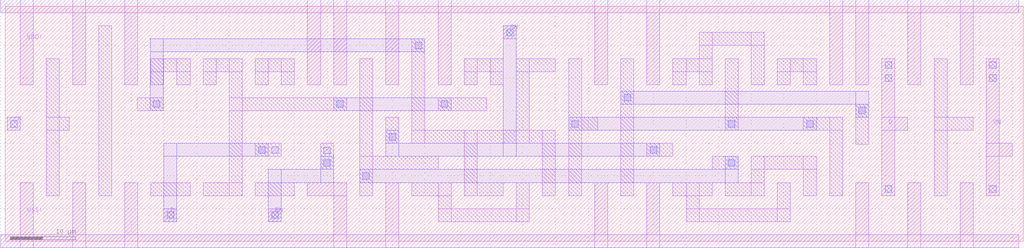
<source format=lef>
VERSION 5.7 ;
BUSBITCHARS "[]" ;
DIVIDERCHAR "/" ;

PROPERTYDEFINITIONS
  MACRO CatenaDesignType STRING ;
  MACRO lxInternalViewName STRING ;
  MACRO lxInternalConfigViewName STRING ;
  MACRO lxInternalType STRING ;
  MACRO lxInternalConfigCellName STRING ;
  MACRO lxInternalCellName STRING ;
  MACRO lxInternalTop STRING ;
  MACRO lxInternalConfigLibName STRING ;
  MACRO lxInternalLibName STRING ;
END PROPERTYDEFINITIONS

MACRO AOI21X1
  CLASS CORE ;
  ORIGIN 0 0 ;
  FOREIGN AOI21X1 0 0 ;
  SIZE 24 BY 36 ;
  SYMMETRY X Y ;
  SITE CoreSite ;
  PIN VSS!
    DIRECTION INOUT ;
    USE GROUND ;
    SHAPE ABUTMENT ;
    NETEXPR "VSS VSS!" ;
    PORT
      LAYER Metal1 ;
        RECT 0 -1 24 1 ;
        RECT 9 -1 11 7 ;
        RECT 1 -1 3 5 ;
    END
  END VSS!
  PIN A1
    DIRECTION INPUT ;
    USE SIGNAL ;
    PORT
      LAYER Metal1 ;
        RECT 9 13 13 15 ;
      LAYER Via1 ;
        RECT 11.5 13.5 12.5 14.5 ;
    END
  END A1
  PIN Y
    DIRECTION OUTPUT ;
    USE SIGNAL ;
    PORT
      LAYER Metal1 ;
        RECT 21 3 23 29 ;
        RECT 5 17 23 19 ;
        RECT 9 17 11 29 ;
        RECT 5 3 7 19 ;
      LAYER Via1 ;
        RECT 5.5 3.5 6.5 4.5 ;
        RECT 9.5 27.5 10.5 28.5 ;
        RECT 9.5 25.5 10.5 26.5 ;
        RECT 9.5 23.5 10.5 24.5 ;
        RECT 9.5 21.5 10.5 22.5 ;
        RECT 21.5 27.5 22.5 28.5 ;
        RECT 21.5 25.5 22.5 26.5 ;
        RECT 21.5 23.5 22.5 24.5 ;
        RECT 21.5 21.5 22.5 22.5 ;
        RECT 21.5 5.5 22.5 6.5 ;
        RECT 21.5 3.5 22.5 4.5 ;
    END
  END Y
  PIN A0
    DIRECTION INPUT ;
    USE SIGNAL ;
    PORT
      LAYER Metal1 ;
        RECT 17 9 19 11 ;
      LAYER Via1 ;
        RECT 17.5 9.5 18.5 10.5 ;
    END
  END A0
  PIN B0
    DIRECTION INPUT ;
    USE SIGNAL ;
    PORT
      LAYER Metal1 ;
        RECT 1 17 3 19 ;
      LAYER Via1 ;
        RECT 1.5 17.5 2.5 18.5 ;
    END
  END B0
  PIN VDD!
    DIRECTION INOUT ;
    USE POWER ;
    SHAPE ABUTMENT ;
    NETEXPR "VDD VDD!" ;
    PORT
      LAYER Metal1 ;
        RECT 0 35 24 37 ;
        RECT 1 21 3 37 ;
    END
  END VDD!
  OBS
    LAYER Metal1 ;
      RECT 17 3 19 7 ;
      RECT 13 3 15 7 ;
      RECT 13 3 19 5 ;
      RECT 5 31 15 33 ;
      RECT 13 21 15 33 ;
      RECT 5 21 7 33 ;
      RECT 13 27 19 29 ;
      RECT 17 21 19 29 ;
  END
END AOI21X1

MACRO BUFX2
  CLASS CORE ;
  ORIGIN 0 0 ;
  FOREIGN BUFX2 0 0 ;
  SIZE 24 BY 36 ;
  SYMMETRY X Y ;
  SITE CoreSite ;
  PIN VSS!
    DIRECTION INOUT ;
    USE GROUND ;
    SHAPE ABUTMENT ;
    NETEXPR "VSS VSS!" ;
    PORT
      LAYER Metal1 ;
        RECT 0 -1 24 1 ;
        RECT 12.5 -1 14.5 11 ;
        RECT 3.5 -1 5.5 11 ;
    END
  END VSS!
  PIN A
    DIRECTION INPUT ;
    USE SIGNAL ;
    PORT
      LAYER Metal1 ;
        RECT 1 17 3 19 ;
    END
  END A
  PIN Y
    DIRECTION OUTPUT ;
    USE SIGNAL ;
    PORT
      LAYER Metal1 ;
        RECT 16.5 7 18.5 29 ;
    END
  END Y
  PIN VDD!
    DIRECTION INOUT ;
    USE POWER ;
    SHAPE ABUTMENT ;
    NETEXPR "VDD VDD!" ;
    PORT
      LAYER Metal1 ;
        RECT 0 35 24 37 ;
        RECT 12.5 21 14.5 37 ;
        RECT 3.5 25 5.5 37 ;
    END
  END VDD!
  OBS
    LAYER Metal1 ;
      RECT 7.5 9 9.5 29 ;
      RECT 7.5 17 13 19 ;
    LAYER Via1 ;
      RECT 17 7.5 18 10.5 ;
      RECT 17 21.5 18 28.5 ;
      RECT 1.5 17.5 2.5 18.5 ;
  END
  PROPERTY CatenaDesignType "deviceLevel" ;
END BUFX2

MACRO DECAP1
  CLASS CORE ;
  ORIGIN 0 0 ;
  FOREIGN DECAP1 0 0 ;
  SIZE 12 BY 36 ;
  SYMMETRY X Y ;
  SITE CoreSite ;
  PIN VSS!
    DIRECTION INOUT ;
    USE GROUND ;
    SHAPE ABUTMENT ;
    NETEXPR "VSS VSS!" ;
    PORT
      LAYER Metal1 ;
        RECT 0 -1 12 1 ;
        RECT 7 -1 9 15 ;
        RECT 3 -1 5 6.3 ;
    END
  END VSS!
  PIN VDD!
    DIRECTION INOUT ;
    USE POWER ;
    SHAPE ABUTMENT ;
    NETEXPR "VDD VDD!" ;
    PORT
      LAYER Metal1 ;
        RECT 0 35 12 37 ;
        RECT 7 27.9 9 37 ;
        RECT 3 21 5 37 ;
    END
  END VDD!
END DECAP1

MACRO DECAP2
  CLASS CORE ;
  ORIGIN 0 0 ;
  FOREIGN DECAP2 0 0 ;
  SIZE 24 BY 36 ;
  SYMMETRY X Y ;
  SITE CoreSite ;
  PIN VSS!
    DIRECTION INOUT ;
    USE GROUND ;
    SHAPE ABUTMENT ;
    NETEXPR "VSS VSS!" ;
    PORT
      LAYER Metal1 ;
        RECT 0 -1 24 1 ;
        RECT 16.9 -1 18.9 17.6 ;
        RECT 12.9 -1 14.9 11.5 ;
        RECT 8.9 -1 10.9 11.5 ;
        RECT 4.9 -1 6.9 11.5 ;
    END
  END VSS!
  PIN VDD!
    DIRECTION INOUT ;
    USE POWER ;
    SHAPE ABUTMENT ;
    NETEXPR "VDD VDD!" ;
    PORT
      LAYER Metal1 ;
        RECT 0 35 24 37 ;
        RECT 16.9 22.9 18.9 37 ;
        RECT 12.9 22.9 14.9 37 ;
        RECT 8.9 22.9 10.9 37 ;
        RECT 4.9 16.9 6.9 37 ;
    END
  END VDD!
  PROPERTY CatenaDesignType "deviceLevel" ;
END DECAP2

MACRO DECAP4
  CLASS CORE ;
  ORIGIN 0 0 ;
  FOREIGN DECAP4 0 0 ;
  SIZE 48 BY 36 ;
  SYMMETRY X Y ;
  SITE CoreSite ;
  PIN VSS!
    DIRECTION INOUT ;
    USE GROUND ;
    SHAPE ABUTMENT ;
    NETEXPR "VSS VSS!" ;
    PORT
      LAYER Metal1 ;
        RECT 0 -1 48 1 ;
        RECT 37.5 -1 39.5 18.2 ;
        RECT 33.5 -1 35.5 11.7 ;
        RECT 29.5 -1 31.5 11.7 ;
        RECT 25.5 -1 27.5 11.7 ;
        RECT 21.5 -1 23.5 11.7 ;
        RECT 17.5 -1 19.5 11.7 ;
        RECT 13.5 -1 15.5 11.7 ;
        RECT 9.5 -1 11.5 11.7 ;
    END
  END VSS!
  PIN VDD!
    DIRECTION INOUT ;
    USE POWER ;
    SHAPE ABUTMENT ;
    NETEXPR "VDD VDD!" ;
    PORT
      LAYER Metal1 ;
        RECT 0 35 48 37 ;
        RECT 37.5 24.7 39.5 37 ;
        RECT 33.5 24.7 35.5 37 ;
        RECT 29.5 24.7 31.5 37 ;
        RECT 25.5 24.7 27.5 37 ;
        RECT 21.5 24.7 23.5 37 ;
        RECT 17.5 24.7 19.5 37 ;
        RECT 13.5 24.7 15.5 37 ;
        RECT 9.5 18.6 11.5 37 ;
    END
  END VDD!
  PROPERTY CatenaDesignType "deviceLevel" ;
END DECAP4

MACRO DFFSRX1
  CLASS CORE ;
  ORIGIN -0.7 0 ;
  FOREIGN DFFSRX1 0.7 0 ;
  SIZE 156 BY 36 ;
  SYMMETRY X Y ;
  SITE CoreSite ;
  PIN VSS!
    DIRECTION INOUT ;
    USE GROUND ;
    SHAPE ABUTMENT ;
    NETEXPR "VSS VSS!" ;
    PORT
      LAYER Metal1 ;
        RECT 0 -1 156 1 ;
        RECT 147 -1 149 9 ;
        RECT 139 -1 141 9 ;
        RECT 131 -1 133 9 ;
        RECT 99 -1 101 9 ;
        RECT 91 -1 93 9 ;
        RECT 59 -1 61 9 ;
        RECT 47 7 53 9 ;
        RECT 51 -1 53 9 ;
        RECT 19 -1 21 9 ;
        RECT 11 -1 13 9 ;
        RECT 3 -1 5 9 ;
    END
  END VSS!
  PIN VDD!
    DIRECTION INOUT ;
    USE POWER ;
    SHAPE ABUTMENT ;
    NETEXPR "VDD VDD!" ;
    PORT
      LAYER Metal1 ;
        RECT 0 35 156 37 ;
        RECT 147 24 149 37 ;
        RECT 139 24 141 37 ;
        RECT 131 24 133 37 ;
        RECT 127 24 129 37 ;
        RECT 99 24 101 37 ;
        RECT 91 24 93 37 ;
        RECT 67 24 69 37 ;
        RECT 59 24 61 37 ;
        RECT 51 24 53 37 ;
        RECT 47 24 49 37 ;
        RECT 19 24 21 37 ;
        RECT 11 24 13 37 ;
        RECT 3 24 5 37 ;
    END
  END VDD!
  PIN SN
    DIRECTION INPUT ;
    USE SIGNAL ;
    PORT
      LAYER Metal1 ;
        RECT 77 31 79 33 ;
    END
  END SN
  PIN QN
    DIRECTION OUTPUT ;
    USE SIGNAL ;
    PORT
      LAYER Metal1 ;
        RECT 151 13 155 15 ;
        RECT 151 7 153 28 ;
    END
  END QN
  PIN CK
    DIRECTION INPUT ;
    USE SIGNAL ;
    PORT
      LAYER Metal1 ;
        RECT 1 17 3 19 ;
    END
  END CK
  PIN RN
    DIRECTION INPUT ;
    USE SIGNAL ;
    PORT
      LAYER Metal1 ;
        RECT 41 3 43 5 ;
    END
  END RN
  PIN Q
    DIRECTION OUTPUT ;
    USE SIGNAL ;
    PORT
      LAYER Metal1 ;
        RECT 135 17 139 19 ;
        RECT 135 7 137 28 ;
    END
  END Q
  PIN D
    DIRECTION INPUT ;
    USE SIGNAL ;
    PORT
      LAYER Metal1 ;
        RECT 25 3 27 5 ;
    END
  END D
  OBS
    LAYER Metal1 ;
      RECT 143 7 145 28 ;
      RECT 143 17 149 19 ;
      RECT 123 17 129 19 ;
      RECT 127 7 129 19 ;
      RECT 115 11 125 13 ;
      RECT 123 7 125 13 ;
      RECT 115 7 117 13 ;
      RECT 111 7 117 9 ;
      RECT 119 26 125 28 ;
      RECT 123 24 125 28 ;
      RECT 119 24 121 28 ;
      RECT 119 3 121 9 ;
      RECT 103 7 109 9 ;
      RECT 105 3 107 9 ;
      RECT 105 3 121 5 ;
      RECT 107 30 117 32 ;
      RECT 115 24 117 32 ;
      RECT 107 24 109 32 ;
      RECT 103 26 109 28 ;
      RECT 103 24 105 28 ;
      RECT 87 7 89 28 ;
      RECT 87 17 91.5 19 ;
      RECT 63 15 65 31 ;
      RECT 79 26 85 28 ;
      RECT 79 15 81 28 ;
      RECT 63 15 85 17 ;
      RECT 83 7 85 17 ;
      RECT 71 7 73 17 ;
      RECT 71 7 77 9 ;
      RECT 79 3 81 9 ;
      RECT 63 7 69 9 ;
      RECT 67 3 69 9 ;
      RECT 67 3 81 5 ;
      RECT 71 26 77 28 ;
      RECT 75 24 77 28 ;
      RECT 71 24 73 28 ;
      RECT 55 7 57 28 ;
      RECT 55 11 67 13 ;
      RECT 31 26 37 28 ;
      RECT 35 7 37 28 ;
      RECT 31 24 33 28 ;
      RECT 35 20 53 22 ;
      RECT 31 7 37 9 ;
      RECT 39 26 45 28 ;
      RECT 43 24 45 28 ;
      RECT 39 24 41 28 ;
      RECT 23 26 29 28 ;
      RECT 27 24 29 28 ;
      RECT 23 24 25 28 ;
      RECT 7 7 9 28 ;
      RECT 7 17 10.5 19 ;
      RECT 131 14.9 133 21 ;
      RECT 109 11 113 13 ;
      RECT 111 17 113 28 ;
      RECT 99 13 103 15 ;
      RECT 95 7 97 28 ;
      RECT 67 20 74.5 22 ;
      RECT 59 15 61 19 ;
      RECT 49 11 51 15 ;
      RECT 39 7 45 9 ;
      RECT 39 13 43 15 ;
      RECT 23 7 29 9 ;
      RECT 20.9 20 24.9 22 ;
      RECT 15 7 17 33 ;
    LAYER Via1 ;
      RECT 151.5 7.5 152.5 8.5 ;
      RECT 151.5 24.5 152.5 25.5 ;
      RECT 151.5 26.5 152.5 27.5 ;
      RECT 135.5 7.5 136.5 8.5 ;
      RECT 135.5 24.5 136.5 25.5 ;
      RECT 135.5 26.5 136.5 27.5 ;
      RECT 131.5 19.5 132.5 20.5 ;
      RECT 123.5 17.5 124.5 18.5 ;
      RECT 111.5 11.5 112.5 12.5 ;
      RECT 111.5 17.5 112.5 18.5 ;
      RECT 99.5 13.5 100.5 14.5 ;
      RECT 95.5 21.5 96.5 22.5 ;
      RECT 87.5 17.5 88.5 18.5 ;
      RECT 77.5 31.5 78.5 32.5 ;
      RECT 67.5 20.5 68.5 21.5 ;
      RECT 63.5 29.5 64.5 30.5 ;
      RECT 59.5 15.5 60.5 16.5 ;
      RECT 55.5 9.5 56.5 10.5 ;
      RECT 51.5 20.5 52.5 21.5 ;
      RECT 49.5 11.5 50.5 12.5 ;
      RECT 49.5 13.4 50.5 14.4 ;
      RECT 41.5 3.5 42.5 4.5 ;
      RECT 41.5 13.5 42.5 14.5 ;
      RECT 39.5 13.5 40.5 14.5 ;
      RECT 25.5 3.5 26.5 4.5 ;
      RECT 23.4 20.5 24.4 21.5 ;
      RECT 1.5 17.5 2.5 18.5 ;
    LAYER Metal2 ;
      RECT 95 21 133 23 ;
      RECT 131 19 133 23 ;
      RECT 111 9 113 13 ;
      RECT 55 9 113 11 ;
      RECT 77 13 79 33 ;
      RECT 59 13 61 17 ;
      RECT 59 13 101 15 ;
      RECT 22.9 29 65 31 ;
      RECT 22.9 20 24.9 31 ;
      RECT 49 9 51 13 ;
      RECT 41 9 51 11 ;
      RECT 41 3 43 11 ;
      RECT 25 13 41 15 ;
      RECT 25 3 27 15 ;
      RECT 87 17 125 19 ;
      RECT 51 20 69 22 ;
    LAYER Via2 ;
      RECT 77.5 31.5 78.5 32.5 ;
  END
  PROPERTY lxInternalViewName "schematic" ;
  PROPERTY lxInternalConfigViewName "" ;
  PROPERTY lxInternalType "CELLVIEW" ;
  PROPERTY lxInternalConfigCellName "" ;
  PROPERTY lxInternalCellName "DFFSRX1" ;
  PROPERTY lxInternalTop "" ;
  PROPERTY lxInternalConfigLibName "" ;
  PROPERTY lxInternalLibName "KISTA_SOI_STDLIB" ;
END DFFSRX1

MACRO DFFX1
  CLASS CORE ;
  ORIGIN 0 0 ;
  FOREIGN DFFX1 0 0 ;
  SIZE 120 BY 36 ;
  SYMMETRY X Y ;
  SITE CoreSite ;
  PIN VSS!
    DIRECTION INOUT ;
    USE GROUND ;
    SHAPE ABUTMENT ;
    NETEXPR "VSS VSS!" ;
    PORT
      LAYER Metal1 ;
        RECT 0 -1 120 1 ;
        RECT 107 -1 109 8.4 ;
        RECT 99 -1 101 8.4 ;
        RECT 91 -1 93 8.4 ;
        RECT 75 -1 77 8.4 ;
        RECT 67 -1 69 8.4 ;
        RECT 43 -1 45 8.4 ;
        RECT 35 -1 37 8.4 ;
        RECT 19 -1 21 8.4 ;
        RECT 11 -1 13 8.4 ;
        RECT 3 -1 5 8.4 ;
    END
  END VSS!
  PIN CK
    DIRECTION INPUT ;
    USE SIGNAL ;
    PORT
      LAYER Metal1 ;
        RECT 1 17 3 19 ;
    END
  END CK
  PIN VDD!
    DIRECTION INOUT ;
    USE POWER ;
    SHAPE ABUTMENT ;
    NETEXPR "VDD VDD!" ;
    PORT
      LAYER Metal1 ;
        RECT 0 35 120 37 ;
        RECT 107 24.8 109 37 ;
        RECT 99 24.8 101 37 ;
        RECT 91 24.8 93 37 ;
        RECT 75 24.8 77 37 ;
        RECT 67 24.8 69 37 ;
        RECT 43 24.8 45 37 ;
        RECT 35 24.8 37 37 ;
        RECT 19 23.8 21 37 ;
        RECT 11 23.8 13 37 ;
        RECT 3 23.8 5 37 ;
    END
  END VDD!
  PIN D
    DIRECTION INPUT ;
    USE SIGNAL ;
    PORT
      LAYER Metal1 ;
        RECT 21 17 23 19 ;
    END
  END D
  PIN Q
    DIRECTION OUTPUT ;
    USE SIGNAL ;
    PORT
      LAYER Metal1 ;
        RECT 95 16.9 99 18.9 ;
        RECT 95 6.4 97 28.8 ;
    END
  END Q
  PIN QN
    DIRECTION OUTPUT ;
    USE SIGNAL ;
    PORT
      LAYER Metal1 ;
        RECT 111 13 115 15 ;
        RECT 111 6.4 113 28.8 ;
    END
  END QN
  OBS
    LAYER Metal1 ;
      RECT 103 6.4 105 28.8 ;
      RECT 103 17 107 19 ;
      RECT 87 6.4 89 28.8 ;
      RECT 75 13 89 15 ;
      RECT 79 26.8 85 28.8 ;
      RECT 83 24.8 85 28.8 ;
      RECT 79 24.8 81 28.8 ;
      RECT 71 6.4 73 28.8 ;
      RECT 71 17 77.5 19 ;
      RECT 63 6.4 65 28.8 ;
      RECT 63 17 69 19 ;
      RECT 63 13 68 15 ;
      RECT 55 6.4 57 28.8 ;
      RECT 43 13 57 15 ;
      RECT 39 6.4 41 28.8 ;
      RECT 39 17 53 19 ;
      RECT 47 26.8 53 28.8 ;
      RECT 51 24.8 53 28.8 ;
      RECT 47 24.8 49 28.8 ;
      RECT 31 6.4 33 28.8 ;
      RECT 31 13 36.8 15 ;
      RECT 23 26.8 29 28.8 ;
      RECT 27 24.8 29 28.8 ;
      RECT 23 23.8 25 28.8 ;
      RECT 7 6.4 9 27.8 ;
      RECT 7 17 11.5 19 ;
      RECT 79 6.4 85 8.4 ;
      RECT 59 6.4 61 28.8 ;
      RECT 47 6.4 53 8.4 ;
      RECT 23 6.4 29 8.4 ;
      RECT 15 6.4 17 33 ;
    LAYER Via1 ;
      RECT 111.5 6.9 112.5 7.9 ;
      RECT 111.5 25.3 112.5 26.3 ;
      RECT 111.5 27.3 112.5 28.3 ;
      RECT 95.5 6.9 96.5 7.9 ;
      RECT 95.5 25.3 96.5 26.3 ;
      RECT 95.5 27.3 96.5 28.3 ;
      RECT 75.5 13.5 76.5 14.5 ;
      RECT 66.5 13.5 67.5 14.5 ;
      RECT 59.5 17.5 60.5 18.5 ;
      RECT 51.5 17.5 52.5 18.5 ;
      RECT 43.5 13.5 44.5 14.5 ;
      RECT 35.3 13.5 36.3 14.5 ;
      RECT 21.5 17.5 22.5 18.5 ;
      RECT 1.5 17.5 2.5 18.5 ;
    LAYER Metal2 ;
      RECT 66 13 77 15 ;
      RECT 51 17 61 19 ;
      RECT 34.8 13 45 15 ;
  END
  PROPERTY CatenaDesignType "deviceLevel" ;
END DFFX1

MACRO FILL1
  CLASS CORE ;
  ORIGIN 0 0 ;
  FOREIGN FILL1 0 0 ;
  SIZE 12 BY 36 ;
  SYMMETRY X Y ;
  SITE CoreSite ;
  PIN VDD!
    DIRECTION INOUT ;
    USE POWER ;
    SHAPE ABUTMENT ;
    NETEXPR "VDD VDD!" ;
    PORT
      LAYER Metal1 ;
        RECT 0 35 12 37 ;
    END
  END VDD!
  PIN VSS!
    DIRECTION INOUT ;
    USE GROUND ;
    SHAPE ABUTMENT ;
    NETEXPR "VSS VSS!" ;
    PORT
      LAYER Metal1 ;
        RECT 0 -1 12 1 ;
    END
  END VSS!
  PROPERTY CatenaDesignType "deviceLevel" ;
END FILL1

MACRO FILL2
  CLASS CORE ;
  ORIGIN 0 0 ;
  FOREIGN FILL2 0 0 ;
  SIZE 24 BY 36 ;
  SYMMETRY X Y ;
  SITE CoreSite ;
  PIN VDD!
    DIRECTION INOUT ;
    USE POWER ;
    SHAPE ABUTMENT ;
    NETEXPR "VDD VDD!" ;
    PORT
      LAYER Metal1 ;
        RECT 0 35 24 37 ;
    END
  END VDD!
  PIN VSS!
    DIRECTION INOUT ;
    USE GROUND ;
    SHAPE ABUTMENT ;
    NETEXPR "VSS VSS!" ;
    PORT
      LAYER Metal1 ;
        RECT 0 -1 24 1 ;
    END
  END VSS!
  PROPERTY CatenaDesignType "deviceLevel" ;
END FILL2

MACRO FILL4
  CLASS CORE ;
  ORIGIN 0 0 ;
  FOREIGN FILL4 0 0 ;
  SIZE 48 BY 36 ;
  SYMMETRY X Y ;
  SITE CoreSite ;
  PIN VDD!
    DIRECTION INOUT ;
    USE POWER ;
    SHAPE ABUTMENT ;
    NETEXPR "VDD VDD!" ;
    PORT
      LAYER Metal1 ;
        RECT 0 35 48 37 ;
    END
  END VDD!
  PIN VSS!
    DIRECTION INOUT ;
    USE GROUND ;
    SHAPE ABUTMENT ;
    NETEXPR "VSS VSS!" ;
    PORT
      LAYER Metal1 ;
        RECT 0 -1 48 1 ;
    END
  END VSS!
  PROPERTY CatenaDesignType "deviceLevel" ;
END FILL4

MACRO INVX1
  CLASS CORE ;
  ORIGIN 0 0 ;
  FOREIGN INVX1 0 0 ;
  SIZE 12 BY 36 ;
  SYMMETRY X Y ;
  SITE CoreSite ;
  PIN Y
    DIRECTION OUTPUT ;
    USE SIGNAL ;
    PORT
      LAYER Metal1 ;
        RECT 7 3 9 33 ;
    END
  END Y
  PIN VSS!
    DIRECTION INOUT ;
    USE GROUND ;
    SHAPE ABUTMENT ;
    NETEXPR "VSS VSS!" ;
    PORT
      LAYER Metal1 ;
        RECT 0 -1 12 1 ;
        RECT 3 -1 5 5 ;
    END
  END VSS!
  PIN A
    DIRECTION INPUT ;
    USE SIGNAL ;
    PORT
      LAYER Metal1 ;
        RECT 1 17 3 19 ;
    END
  END A
  PIN VDD!
    DIRECTION INOUT ;
    USE POWER ;
    SHAPE ABUTMENT ;
    NETEXPR "VDD VDD!" ;
    PORT
      LAYER Metal1 ;
        RECT 0 35 12 37 ;
        RECT 3 29 5 37 ;
    END
  END VDD!
  OBS
    LAYER Via1 ;
      RECT 7.5 3.5 8.5 4.5 ;
      RECT 7.5 29.5 8.5 30.5 ;
      RECT 7.5 31.5 8.5 32.5 ;
      RECT 1.5 17.5 2.5 18.5 ;
  END
END INVX1

MACRO MX2X1
  CLASS CORE ;
  ORIGIN 0 0 ;
  FOREIGN MX2X1 0 0 ;
  SIZE 24 BY 36 ;
  SYMMETRY X Y ;
  SITE CoreSite ;
  PIN VSS!
    DIRECTION INOUT ;
    USE GROUND ;
    SHAPE ABUTMENT ;
    NETEXPR "VSS VSS!" ;
    PORT
      LAYER Metal1 ;
        RECT 0 -1 24 1 ;
        RECT 1 -1 3 9 ;
    END
  END VSS!
  PIN S0
    DIRECTION INPUT ;
    USE SIGNAL ;
    PORT
      LAYER Metal1 ;
        RECT 1 17 3 19 ;
    END
  END S0
  PIN VDD!
    DIRECTION INOUT ;
    USE POWER ;
    SHAPE ABUTMENT ;
    NETEXPR "VDD VDD!" ;
    PORT
      LAYER Metal1 ;
        RECT 0 35 24 37 ;
        RECT 1 25 3 37 ;
    END
  END VDD!
  PIN A
    DIRECTION INPUT ;
    USE SIGNAL ;
    PORT
      LAYER Metal1 ;
        RECT 9 13 13.1 15 ;
        RECT 9 7 11 29 ;
    END
  END A
  PIN B
    DIRECTION INPUT ;
    USE SIGNAL ;
    PORT
      LAYER Metal1 ;
        RECT 21 7 23 29 ;
    END
  END B
  PIN Y
    DIRECTION OUTPUT ;
    USE SIGNAL ;
    PORT
      LAYER Metal1 ;
        RECT 13 27 19 29 ;
        RECT 17 7 19 29 ;
        RECT 13 7 19 9 ;
        RECT 13 25 15 29 ;
    END
  END Y
  OBS
    LAYER Metal1 ;
      RECT 5 31 21 33 ;
      RECT 5 3 7 33 ;
      RECT 5 3 13.1 5 ;
    LAYER Via1 ;
      RECT 21.5 7.5 22.5 8.5 ;
      RECT 21.5 25.5 22.5 26.5 ;
      RECT 21.5 27.5 22.5 28.5 ;
      RECT 17.5 7.5 18.5 8.5 ;
      RECT 17.5 25.5 18.5 26.5 ;
      RECT 17.5 27.5 18.5 28.5 ;
      RECT 13.5 7.5 14.5 8.5 ;
      RECT 13.5 25.5 14.5 26.5 ;
      RECT 13.5 27.5 14.5 28.5 ;
      RECT 9.5 7.5 10.5 8.5 ;
      RECT 9.5 25.5 10.5 26.5 ;
      RECT 9.5 27.5 10.5 28.5 ;
      RECT 1.5 17.5 2.5 18.5 ;
  END
END MX2X1

MACRO MX2X1_BUF
  CLASS CORE ;
  ORIGIN 0 0 ;
  FOREIGN MX2X1_BUF 0 0 ;
  SIZE 48 BY 36 ;
  SYMMETRY X Y ;
  SITE CoreSite ;
  PIN VSS!
    DIRECTION INOUT ;
    USE GROUND ;
    SHAPE ABUTMENT ;
    NETEXPR "VSS VSS!" ;
    PORT
      LAYER Metal1 ;
        RECT 0 -1 48 1 ;
        RECT 37 -1 39 9 ;
        RECT 33 -1 35 9 ;
        RECT 2.9 -1 4.9 9 ;
    END
  END VSS!
  PIN S0
    DIRECTION INPUT ;
    USE SIGNAL ;
    PORT
      LAYER Metal1 ;
        RECT 1 17 3 19 ;
    END
  END S0
  PIN VDD!
    DIRECTION INOUT ;
    USE POWER ;
    SHAPE ABUTMENT ;
    NETEXPR "VDD VDD!" ;
    PORT
      LAYER Metal1 ;
        RECT 0 35 48 37 ;
        RECT 37 25 39 37 ;
        RECT 33 25 35 37 ;
        RECT 2.9 25 4.9 37 ;
    END
  END VDD!
  PIN A
    DIRECTION INPUT ;
    USE SIGNAL ;
    PORT
      LAYER Metal1 ;
        RECT 10.9 13 15 15 ;
        RECT 10.9 7 12.9 29 ;
    END
  END A
  PIN B
    DIRECTION INPUT ;
    USE SIGNAL ;
    PORT
      LAYER Metal1 ;
        RECT 22.9 21 27 23 ;
        RECT 22.9 7 24.9 29 ;
    END
  END B
  PIN Y
    DIRECTION OUTPUT ;
    USE SIGNAL ;
    PORT
      LAYER Metal1 ;
        RECT 41 7 43 29 ;
    END
  END Y
  OBS
    LAYER Metal1 ;
      RECT 29 7 31 29 ;
      RECT 29 17 38.9 19 ;
      RECT 14.9 27 20.9 29 ;
      RECT 18.9 3 20.9 29 ;
      RECT 14.9 25 16.9 29 ;
      RECT 14.9 7 20.9 9 ;
      RECT 18.9 3 29.5 5 ;
      RECT 6.9 31 22.9 33 ;
      RECT 6.9 3 8.9 33 ;
      RECT 6.9 3 15 5 ;
    LAYER Via1 ;
      RECT 41.5 7.5 42.5 8.5 ;
      RECT 41.5 25.5 42.5 26.5 ;
      RECT 41.5 27.5 42.5 28.5 ;
      RECT 23.4 7.5 24.4 8.5 ;
      RECT 23.4 25.5 24.4 26.5 ;
      RECT 23.4 27.5 24.4 28.5 ;
      RECT 11.4 7.5 12.4 8.5 ;
      RECT 11.4 25.5 12.4 26.5 ;
      RECT 11.4 27.5 12.4 28.5 ;
      RECT 1.5 17.5 2.5 18.5 ;
  END
END MX2X1_BUF

MACRO NAND2X1
  CLASS CORE ;
  ORIGIN 0 0 ;
  FOREIGN NAND2X1 0 0 ;
  SIZE 24 BY 36 ;
  SYMMETRY X Y ;
  SITE CoreSite ;
  PIN Y
    DIRECTION OUTPUT ;
    USE SIGNAL ;
    PORT
      LAYER Metal1 ;
        RECT 17 9 19 31 ;
        RECT 5 23 19 25 ;
        RECT 5 23 7 31 ;
    END
  END Y
  PIN VDD!
    DIRECTION INOUT ;
    USE POWER ;
    SHAPE ABUTMENT ;
    NETEXPR "VDD VDD!" ;
    PORT
      LAYER Metal1 ;
        RECT 0 35 24 37 ;
        RECT 9 29 15 31 ;
        RECT 13 27 15 31 ;
        RECT 9 27 11 37 ;
    END
  END VDD!
  PIN A
    DIRECTION INPUT ;
    USE SIGNAL ;
    PORT
      LAYER Metal1 ;
        RECT 5 17 9 19 ;
    END
  END A
  PIN B
    DIRECTION INPUT ;
    USE SIGNAL ;
    PORT
      LAYER Metal1 ;
        RECT 21 17 23 19 ;
    END
  END B
  PIN VSS!
    DIRECTION INOUT ;
    USE GROUND ;
    SHAPE ABUTMENT ;
    NETEXPR "VSS VSS!" ;
    PORT
      LAYER Metal1 ;
        RECT 0 -1 24 1 ;
        RECT 5 -1 7 13 ;
    END
  END VSS!
  OBS
    LAYER Metal1 ;
      RECT 13 9 15 13 ;
      RECT 9 9 11 13 ;
      RECT 9 9 15 11 ;
    LAYER Via1 ;
      RECT 21.5 17.5 22.5 18.5 ;
      RECT 17.5 9.5 18.5 10.5 ;
      RECT 17.5 11.5 18.5 12.5 ;
      RECT 17.5 27.5 18.5 28.5 ;
      RECT 17.5 29.5 18.5 30.5 ;
      RECT 7.5 17.5 8.5 18.5 ;
      RECT 5.5 27.5 6.5 28.5 ;
      RECT 5.5 29.5 6.5 30.5 ;
  END
  PROPERTY CatenaDesignType "deviceLevel" ;
END NAND2X1

MACRO NAND3X1
  CLASS CORE ;
  ORIGIN 0 0 ;
  FOREIGN NAND3X1 0 0 ;
  SIZE 24 BY 36 ;
  SYMMETRY X Y ;
  SITE CoreSite ;
  PIN Y
    DIRECTION OUTPUT ;
    USE SIGNAL ;
    PORT
      LAYER Metal1 ;
        RECT 21 3 23 33 ;
        RECT 5 25 23 27 ;
        RECT 13 25 15 33 ;
        RECT 5 25 7 33 ;
    END
  END Y
  PIN VDD!
    DIRECTION INOUT ;
    USE POWER ;
    SHAPE ABUTMENT ;
    NETEXPR "VDD VDD!" ;
    PORT
      LAYER Metal1 ;
        RECT 0 35 24 37 ;
        RECT 17 29 19 37 ;
        RECT 9 29 11 37 ;
        RECT 1 29 3 37 ;
    END
  END VDD!
  PIN A
    DIRECTION INPUT ;
    USE SIGNAL ;
    PORT
      LAYER Metal1 ;
        RECT 17 13 19 15 ;
    END
  END A
  PIN B
    DIRECTION INPUT ;
    USE SIGNAL ;
    PORT
      LAYER Metal1 ;
        RECT 9 17 11 19 ;
    END
  END B
  PIN C
    DIRECTION INPUT ;
    USE SIGNAL ;
    PORT
      LAYER Metal1 ;
        RECT 1 21 3 23 ;
    END
  END C
  PIN VSS!
    DIRECTION INOUT ;
    USE GROUND ;
    SHAPE ABUTMENT ;
    NETEXPR "VSS VSS!" ;
    PORT
      LAYER Metal1 ;
        RECT 0 -1 24 1 ;
        RECT 1 -1 3 7 ;
    END
  END VSS!
  OBS
    LAYER Metal1 ;
      RECT 17 3 19 7 ;
      RECT 13 3 15 7 ;
      RECT 13 3 19 5 ;
      RECT 9 3 11 7 ;
      RECT 5 3 7 7 ;
      RECT 5 3 11 5 ;
    LAYER Via1 ;
      RECT 21.5 3.5 22.5 4.5 ;
      RECT 21.5 5.5 22.5 6.5 ;
      RECT 21.5 29.5 22.5 30.5 ;
      RECT 21.5 31.5 22.5 32.5 ;
      RECT 17.5 13.5 18.5 14.5 ;
      RECT 13.5 29.5 14.5 30.5 ;
      RECT 13.5 31.5 14.5 32.5 ;
      RECT 9.5 17.5 10.5 18.5 ;
      RECT 5.5 29.5 6.5 30.5 ;
      RECT 5.5 31.5 6.5 32.5 ;
      RECT 1.5 21.5 2.5 22.5 ;
  END
END NAND3X1

MACRO NOR2X1
  CLASS CORE ;
  ORIGIN 0 0 ;
  FOREIGN NOR2X1 0 0 ;
  SIZE 24 BY 36 ;
  SYMMETRY X Y ;
  SITE CoreSite ;
  PIN Y
    DIRECTION OUTPUT ;
    USE SIGNAL ;
    PORT
      LAYER Metal1 ;
        RECT 17 9 19 31 ;
        RECT 5 13 19 15 ;
        RECT 5 9 7 15 ;
    END
  END Y
  PIN B
    DIRECTION INPUT ;
    USE SIGNAL ;
    PORT
      LAYER Metal1 ;
        RECT 21 17 23 19 ;
    END
  END B
  PIN VDD!
    DIRECTION INOUT ;
    USE POWER ;
    SHAPE ABUTMENT ;
    NETEXPR "VDD VDD!" ;
    PORT
      LAYER Metal1 ;
        RECT 0 35 24 37 ;
        RECT 5 23 7 37 ;
    END
  END VDD!
  PIN A
    DIRECTION INPUT ;
    USE SIGNAL ;
    PORT
      LAYER Metal1 ;
        RECT 5 17 9 19 ;
    END
  END A
  PIN VSS!
    DIRECTION INOUT ;
    USE GROUND ;
    SHAPE ABUTMENT ;
    NETEXPR "VSS VSS!" ;
    PORT
      LAYER Metal1 ;
        RECT 0 -1 24 1 ;
        RECT 9 9 15 11 ;
        RECT 9 -1 11 11 ;
    END
  END VSS!
  OBS
    LAYER Metal1 ;
      RECT 9 29 15 31 ;
      RECT 13 23 15 31 ;
      RECT 9 23 11 31 ;
    LAYER Via1 ;
      RECT 21.5 17.5 22.5 18.5 ;
      RECT 17.5 9.5 18.5 10.5 ;
      RECT 17.5 23.5 18.5 24.5 ;
      RECT 17.5 25.5 18.5 26.5 ;
      RECT 17.5 27.5 18.5 28.5 ;
      RECT 17.5 29.5 18.5 30.5 ;
      RECT 7.5 17.5 8.5 18.5 ;
      RECT 5.5 9.5 6.5 10.5 ;
  END
  PROPERTY CatenaDesignType "deviceLevel" ;
END NOR2X1

MACRO NOR3X1
  CLASS CORE ;
  ORIGIN 0 0 ;
  FOREIGN NOR3X1 0 0 ;
  SIZE 24 BY 36 ;
  SYMMETRY X Y ;
  SITE CoreSite ;
  PIN Y
    DIRECTION OUTPUT ;
    USE SIGNAL ;
    PORT
      LAYER Metal1 ;
        RECT 21 3 23 33 ;
        RECT 5 7 23 9 ;
        RECT 13 3 15 9 ;
        RECT 5 3 7 9 ;
    END
  END Y
  PIN VSS!
    DIRECTION INOUT ;
    USE GROUND ;
    SHAPE ABUTMENT ;
    NETEXPR "VSS VSS!" ;
    PORT
      LAYER Metal1 ;
        RECT 0 -1 24 1 ;
        RECT 17 -1 19 5 ;
        RECT 9 -1 11 5 ;
        RECT 1 -1 3 5 ;
    END
  END VSS!
  PIN A
    DIRECTION INPUT ;
    USE SIGNAL ;
    PORT
      LAYER Metal1 ;
        RECT 1 9 3 11 ;
    END
  END A
  PIN VDD!
    DIRECTION INOUT ;
    USE POWER ;
    SHAPE ABUTMENT ;
    NETEXPR "VDD VDD!" ;
    PORT
      LAYER Metal1 ;
        RECT 0 35 24 37 ;
        RECT 1 21 3 37 ;
    END
  END VDD!
  PIN B
    DIRECTION INPUT ;
    USE SIGNAL ;
    PORT
      LAYER Metal1 ;
        RECT 9 13 11 15 ;
    END
  END B
  PIN C
    DIRECTION INPUT ;
    USE SIGNAL ;
    PORT
      LAYER Metal1 ;
        RECT 17 17 19 19 ;
    END
  END C
  OBS
    LAYER Metal1 ;
      RECT 13 31 19 33 ;
      RECT 17 21 19 33 ;
      RECT 13 21 15 33 ;
      RECT 5 31 11 33 ;
      RECT 9 21 11 33 ;
      RECT 5 21 7 33 ;
    LAYER Via1 ;
      RECT 21.5 3.5 22.5 4.5 ;
      RECT 21.5 21.5 22.5 32.5 ;
      RECT 17.5 17.5 18.5 18.5 ;
      RECT 13.5 3.5 14.5 4.5 ;
      RECT 9.5 13.5 10.5 14.5 ;
      RECT 5.5 3.5 6.5 4.5 ;
      RECT 1.5 9.5 2.5 10.5 ;
  END
END NOR3X1

MACRO OAI21X1
  CLASS CORE ;
  ORIGIN 0 0 ;
  FOREIGN OAI21X1 0 0 ;
  SIZE 24 BY 36 ;
  SYMMETRY X Y ;
  SITE CoreSite ;
  PIN VSS!
    DIRECTION INOUT ;
    USE GROUND ;
    SHAPE ABUTMENT ;
    NETEXPR "VSS VSS!" ;
    PORT
      LAYER Metal1 ;
        RECT 0 -1 24 1 ;
        RECT 9 3 11 7 ;
        RECT 5 3 11 5 ;
        RECT 5 -1 7 7 ;
    END
  END VSS!
  PIN A0
    DIRECTION INPUT ;
    USE SIGNAL ;
    PORT
      LAYER Metal1 ;
        RECT 1 21 3 23 ;
    END
  END A0
  PIN Y
    DIRECTION OUTPUT ;
    USE SIGNAL ;
    PORT
      LAYER Metal1 ;
        RECT 17 21 23 23 ;
        RECT 21 3 23 23 ;
        RECT 17 21 19 33 ;
        RECT 13 25 19 27 ;
        RECT 13 25 15 33 ;
    END
  END Y
  PIN A1
    DIRECTION INPUT ;
    USE SIGNAL ;
    PORT
      LAYER Metal1 ;
        RECT 9 17 11 19 ;
    END
  END A1
  PIN B0
    DIRECTION INPUT ;
    USE SIGNAL ;
    PORT
      LAYER Metal1 ;
        RECT 17 13 19 15 ;
    END
  END B0
  PIN VDD!
    DIRECTION INOUT ;
    USE POWER ;
    SHAPE ABUTMENT ;
    NETEXPR "VDD VDD!" ;
    PORT
      LAYER Metal1 ;
        RECT 0 35 24 37 ;
        RECT 21 25 23 37 ;
        RECT 1 25 3 37 ;
    END
  END VDD!
  OBS
    LAYER Metal1 ;
      RECT 1 9 15 11 ;
      RECT 13 3 15 11 ;
      RECT 1 3 3 11 ;
      RECT 17 3 19 7 ;
      RECT 13 3 19 5 ;
      RECT 5 31 11 33 ;
      RECT 9 25 11 33 ;
      RECT 5 25 7 33 ;
    LAYER Via1 ;
      RECT 21.5 3.5 22.5 4.5 ;
      RECT 21.5 5.5 22.5 6.5 ;
      RECT 17.5 25.5 18.6 32.5 ;
      RECT 17.5 13.5 18.5 14.5 ;
      RECT 13.5 25.5 14.5 32.5 ;
      RECT 9.5 17.5 10.5 18.5 ;
      RECT 1.5 21.5 2.5 22.5 ;
  END
END OAI21X1

MACRO TIEHI
  CLASS CORE ;
  ORIGIN 0 0 ;
  FOREIGN TIEHI 0 0 ;
  SIZE 12 BY 36 ;
  SYMMETRY X Y ;
  SITE CoreSite ;
  PIN VSS!
    DIRECTION INOUT ;
    USE GROUND ;
    SHAPE ABUTMENT ;
    NETEXPR "VSS VSS!" ;
    PORT
      LAYER Metal1 ;
        RECT 0 -1 12 1 ;
        RECT 7 -1 9 11 ;
    END
  END VSS!
  PIN Y
    DIRECTION OUTPUT ;
    USE SIGNAL ;
    PORT
      LAYER Metal1 ;
        RECT 7 25 11 27 ;
        RECT 7 25 9 29 ;
    END
  END Y
  PIN VDD!
    DIRECTION INOUT ;
    USE POWER ;
    SHAPE ABUTMENT ;
    NETEXPR "VDD VDD!" ;
    PORT
      LAYER Metal1 ;
        RECT 0 35 12 37 ;
        RECT 3 25 5 37 ;
    END
  END VDD!
  OBS
    LAYER Metal1 ;
      RECT 3 13 7 15 ;
      RECT 3 9 5 15 ;
    LAYER Via1 ;
      RECT 7.5 25.5 8.5 28.5 ;
  END
END TIEHI

MACRO TIELO
  CLASS CORE ;
  ORIGIN 0 0 ;
  FOREIGN TIELO 0 0 ;
  SIZE 12 BY 36 ;
  SYMMETRY X Y ;
  SITE CoreSite ;
  PIN Y
    DIRECTION OUTPUT ;
    USE SIGNAL ;
    PORT
      LAYER Metal1 ;
        RECT 7 9 11 11 ;
    END
  END Y
  PIN VSS!
    DIRECTION INOUT ;
    USE GROUND ;
    SHAPE ABUTMENT ;
    NETEXPR "VSS VSS!" ;
    PORT
      LAYER Metal1 ;
        RECT 0 -1 12 1 ;
        RECT 3 -1 5 11 ;
    END
  END VSS!
  PIN VDD!
    DIRECTION INOUT ;
    USE POWER ;
    SHAPE ABUTMENT ;
    NETEXPR "VDD VDD!" ;
    PORT
      LAYER Metal1 ;
        RECT 0 35 12 37 ;
        RECT 3 26.8 5 37 ;
    END
  END VDD!
  OBS
    LAYER Metal1 ;
      RECT 7 22.8 9 30.8 ;
      RECT 5 22.8 9 24.8 ;
    LAYER Via1 ;
      RECT 7.5 9.5 8.5 10.5 ;
  END
END TIELO

MACRO XOR2X1
  CLASS CORE ;
  ORIGIN 0 0 ;
  FOREIGN XOR2X1 0 0 ;
  SIZE 36 BY 36 ;
  SYMMETRY X Y ;
  SITE CoreSite ;
  PIN VDD!
    DIRECTION INOUT ;
    USE POWER ;
    SHAPE ABUTMENT ;
    NETEXPR "VDD VDD!" ;
    PORT
      LAYER Metal1 ;
        RECT 0 35 36 37 ;
        RECT 31 25 33 37 ;
        RECT 3 25 5 37 ;
    END
  END VDD!
  PIN B
    DIRECTION INPUT ;
    USE SIGNAL ;
    PORT
      LAYER Metal1 ;
        RECT 11 7 13 29 ;
    END
  END B
  PIN VSS!
    DIRECTION INOUT ;
    USE GROUND ;
    SHAPE ABUTMENT ;
    NETEXPR "VSS VSS!" ;
    PORT
      LAYER Metal1 ;
        RECT 0 -1 36 1 ;
        RECT 31 -1 33 9 ;
        RECT 3 -1 5 9 ;
    END
  END VSS!
  PIN A
    DIRECTION INPUT ;
    USE SIGNAL ;
    PORT
      LAYER Metal1 ;
        RECT 3 17 5 19 ;
    END
  END A
  PIN Y
    DIRECTION OUTPUT ;
    USE SIGNAL ;
    PORT
      LAYER Metal1 ;
        RECT 15 27 21 29 ;
        RECT 19 7 21 11 ;
        RECT 15 17 19 19 ;
        RECT 15 7 21 9 ;
        RECT 15 7 17 29 ;
    END
  END Y
  OBS
    LAYER Metal1 ;
      RECT 23 27 29 29 ;
      RECT 27 25 29 29 ;
      RECT 23 7 25 29 ;
      RECT 23 7 29 9 ;
      RECT 7 3 9 29 ;
      RECT 7 3 23 5 ;
    LAYER Via1 ;
      RECT 19.5 7.5 20.5 10.5 ;
      RECT 19.5 27.5 20.5 28.5 ;
      RECT 15.5 7.5 16.5 8.5 ;
      RECT 15.5 25.5 16.5 28.5 ;
      RECT 11.5 7.5 12.5 8.5 ;
      RECT 11.5 14 12.5 15 ;
      RECT 11.5 25.5 12.5 28.5 ;
      RECT 3.5 17.5 4.5 18.5 ;
  END
END XOR2X1

END LIBRARY

</source>
